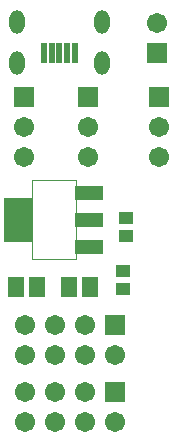
<source format=gts>
G04*
G04 #@! TF.GenerationSoftware,Altium Limited,Altium Designer,19.0.4 (130)*
G04*
G04 Layer_Color=8388736*
%FSLAX25Y25*%
%MOIN*%
G70*
G01*
G75*
%ADD13C,0.00394*%
%ADD19R,0.05367X0.06587*%
%ADD20R,0.01968X0.06693*%
%ADD21R,0.09461X0.04737*%
%ADD22R,0.09461X0.14580*%
%ADD23R,0.04658X0.04461*%
%ADD24C,0.06706*%
%ADD25R,0.06706X0.06706*%
%ADD26O,0.05131X0.07887*%
%ADD27R,0.06706X0.06706*%
D13*
X428783Y243311D02*
Y269689D01*
X414217Y243311D02*
Y269689D01*
Y243311D02*
X428783D01*
X414217Y269689D02*
X428783D01*
D19*
X416004Y234000D02*
D03*
X408996D02*
D03*
X433508D02*
D03*
X426500D02*
D03*
D20*
X418264Y312000D02*
D03*
X423382D02*
D03*
X425941D02*
D03*
X428500D02*
D03*
X420823D02*
D03*
D21*
X433311Y247445D02*
D03*
Y256500D02*
D03*
Y265555D02*
D03*
D22*
X409689Y256500D02*
D03*
D23*
X445500Y251000D02*
D03*
Y257063D02*
D03*
X444500Y233437D02*
D03*
Y239500D02*
D03*
D24*
X456000Y322000D02*
D03*
X442000Y211500D02*
D03*
X432000Y221500D02*
D03*
Y211500D02*
D03*
X422000Y221500D02*
D03*
Y211500D02*
D03*
X412000Y221500D02*
D03*
Y211500D02*
D03*
X442000Y189000D02*
D03*
X432000Y199000D02*
D03*
Y189000D02*
D03*
X422000Y199000D02*
D03*
Y189000D02*
D03*
X412000Y199000D02*
D03*
Y189000D02*
D03*
X456500Y287500D02*
D03*
Y277500D02*
D03*
X411500Y287500D02*
D03*
Y277500D02*
D03*
X432811Y287500D02*
D03*
Y277500D02*
D03*
D25*
X456000Y312000D02*
D03*
X456500Y297500D02*
D03*
X411500D02*
D03*
X432811D02*
D03*
D26*
X437457Y308850D02*
D03*
X409307D02*
D03*
X437457Y322512D02*
D03*
X409307D02*
D03*
D27*
X442000Y221500D02*
D03*
Y199000D02*
D03*
M02*

</source>
